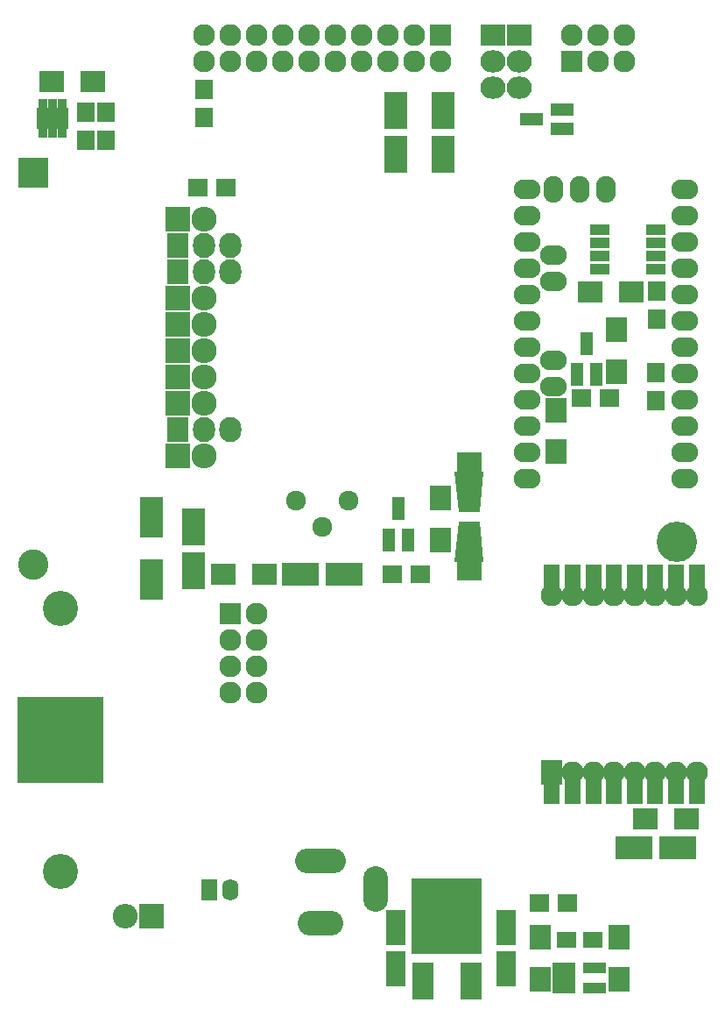
<source format=gbr>
G04 #@! TF.FileFunction,Soldermask,Top*
%FSLAX46Y46*%
G04 Gerber Fmt 4.6, Leading zero omitted, Abs format (unit mm)*
G04 Created by KiCad (PCBNEW 0.201509101502+6177~30~ubuntu14.04.1-product) date Sat 12 Sep 2015 10:17:38 PM CEST*
%MOMM*%
G01*
G04 APERTURE LIST*
%ADD10C,0.100000*%
%ADD11R,1.700000X1.900000*%
%ADD12R,1.950000X1.000000*%
%ADD13C,3.900120*%
%ADD14O,2.398980X4.400500*%
%ADD15O,4.400500X2.398980*%
%ADD16O,4.900880X2.398980*%
%ADD17R,1.598880X2.099260*%
%ADD18O,1.598880X2.099260*%
%ADD19O,2.398980X2.398980*%
%ADD20R,2.398980X2.398980*%
%ADD21C,3.400000*%
%ADD22R,8.400000X8.400000*%
%ADD23R,2.200860X3.900120*%
%ADD24R,2.200860X3.549600*%
%ADD25R,1.901140X3.399740*%
%ADD26R,2.000000X2.400000*%
%ADD27R,3.549600X2.200860*%
%ADD28R,2.400000X2.000000*%
%ADD29R,2.432000X2.432000*%
%ADD30O,2.432000X2.432000*%
%ADD31R,2.127200X2.432000*%
%ADD32O,2.127200X2.432000*%
%ADD33R,1.900000X1.650000*%
%ADD34O,2.127200X2.127200*%
%ADD35R,2.127200X2.127200*%
%ADD36R,2.432000X2.127200*%
%ADD37O,2.432000X2.127200*%
%ADD38R,1.200100X2.200860*%
%ADD39R,2.200860X1.200100*%
%ADD40R,1.900000X1.700000*%
%ADD41C,1.924000*%
%ADD42R,2.000200X3.600400*%
%ADD43R,6.899860X7.400240*%
%ADD44R,2.200860X1.050000*%
%ADD45R,1.600000X3.400000*%
%ADD46R,2.127200X2.400000*%
%ADD47C,2.127200*%
%ADD48O,2.599640X1.901140*%
%ADD49O,1.901140X2.599640*%
%ADD50R,0.850000X1.030000*%
%ADD51R,1.700000X1.250000*%
%ADD52R,2.940000X2.940000*%
%ADD53C,2.940000*%
G04 APERTURE END LIST*
D10*
D11*
X70383400Y-35149800D03*
X70383400Y-37849800D03*
D12*
X70391000Y-25146000D03*
X70391000Y-23876000D03*
X70391000Y-22606000D03*
X70391000Y-21336000D03*
X64991000Y-21336000D03*
X64991000Y-22606000D03*
X64991000Y-23876000D03*
X64991000Y-25146000D03*
D13*
X72390000Y-51435000D03*
D14*
X43273980Y-85013800D03*
D15*
X37973000Y-88265000D03*
D16*
X37973000Y-82262980D03*
D17*
X27208480Y-85090000D03*
D18*
X29210000Y-85090000D03*
D19*
X19050000Y-87630000D03*
D20*
X21590000Y-87630000D03*
D21*
X12827000Y-57912000D03*
X12827000Y-83312000D03*
D22*
X12827000Y-70612000D03*
D23*
X21590000Y-55069740D03*
X21590000Y-49070260D03*
D24*
X25654000Y-54289960D03*
X25654000Y-50038000D03*
D25*
X45212000Y-88679020D03*
X45212000Y-92676980D03*
X55880000Y-88712040D03*
X55880000Y-92710000D03*
D26*
X59182000Y-89694000D03*
X59182000Y-93694000D03*
X66852800Y-93694000D03*
X66852800Y-89694000D03*
X66548000Y-35020000D03*
X66548000Y-31020000D03*
D10*
G36*
X50925120Y-44658940D02*
X53722880Y-44658940D01*
X53324100Y-48559060D01*
X51323900Y-48559060D01*
X50925120Y-44658940D01*
X50925120Y-44658940D01*
G37*
G36*
X53722880Y-53385060D02*
X50925120Y-53385060D01*
X51323900Y-49484940D01*
X53324100Y-49484940D01*
X53722880Y-53385060D01*
X53722880Y-53385060D01*
G37*
D20*
X52324000Y-44020740D03*
X52324000Y-54023260D03*
D26*
X49530000Y-47276000D03*
X49530000Y-51276000D03*
D27*
X68232020Y-81026000D03*
X72483980Y-81026000D03*
D28*
X69374000Y-78232000D03*
X73374000Y-78232000D03*
D24*
X49784000Y-14063980D03*
X49784000Y-9812020D03*
X45212000Y-14063980D03*
X45212000Y-9812020D03*
D27*
X40225980Y-54610000D03*
X35974020Y-54610000D03*
D28*
X28512000Y-54610000D03*
X32512000Y-54610000D03*
X68040000Y-27305000D03*
X64040000Y-27305000D03*
D26*
X60706000Y-38767000D03*
X60706000Y-42767000D03*
D28*
X11970000Y-6985000D03*
X15970000Y-6985000D03*
D29*
X24130000Y-43180000D03*
D30*
X26670000Y-43180000D03*
D31*
X24130000Y-40640000D03*
D32*
X26670000Y-40640000D03*
X29210000Y-40640000D03*
D29*
X24130000Y-38100000D03*
D30*
X26670000Y-38100000D03*
D29*
X24130000Y-35560000D03*
D30*
X26670000Y-35560000D03*
D29*
X24130000Y-33020000D03*
D30*
X26670000Y-33020000D03*
D29*
X24130000Y-30480000D03*
D30*
X26670000Y-30480000D03*
D29*
X24130000Y-27940000D03*
D30*
X26670000Y-27940000D03*
D31*
X24130000Y-25400000D03*
D32*
X26670000Y-25400000D03*
X29210000Y-25400000D03*
D31*
X24130000Y-22860000D03*
D32*
X26670000Y-22860000D03*
X29210000Y-22860000D03*
D29*
X24130000Y-20320000D03*
D30*
X26670000Y-20320000D03*
D33*
X64242000Y-89916000D03*
X61742000Y-89916000D03*
D34*
X26670000Y-5080000D03*
X26670000Y-2540000D03*
X29210000Y-5080000D03*
X29210000Y-2540000D03*
X31750000Y-5080000D03*
X31750000Y-2540000D03*
X34290000Y-5080000D03*
X34290000Y-2540000D03*
X36830000Y-5080000D03*
X36830000Y-2540000D03*
X39370000Y-5080000D03*
X39370000Y-2540000D03*
D35*
X49530000Y-2540000D03*
D34*
X49530000Y-5080000D03*
X46990000Y-2540000D03*
X46990000Y-5080000D03*
X44450000Y-2540000D03*
X44450000Y-5080000D03*
X41910000Y-2540000D03*
X41910000Y-5080000D03*
D35*
X62230000Y-5080000D03*
D34*
X62230000Y-2540000D03*
X64770000Y-5080000D03*
X64770000Y-2540000D03*
X67310000Y-5080000D03*
X67310000Y-2540000D03*
D36*
X54610000Y-2540000D03*
D37*
X54610000Y-5080000D03*
X54610000Y-7620000D03*
D36*
X57150000Y-2540000D03*
D37*
X57150000Y-5080000D03*
X57150000Y-7620000D03*
D38*
X44516000Y-51285140D03*
X46416000Y-51285140D03*
X45466000Y-48282860D03*
D39*
X61318140Y-11618000D03*
X61318140Y-9718000D03*
X58315860Y-10668000D03*
D40*
X61802000Y-86360000D03*
X59102000Y-86360000D03*
X44878000Y-54610000D03*
X47578000Y-54610000D03*
D11*
X17170400Y-12703800D03*
X17170400Y-10003800D03*
X15240000Y-12703800D03*
X15240000Y-10003800D03*
X70485000Y-27225000D03*
X70485000Y-29925000D03*
X26695400Y-7768600D03*
X26695400Y-10468600D03*
D40*
X26103600Y-17246600D03*
X28803600Y-17246600D03*
X63166000Y-37592000D03*
X65866000Y-37592000D03*
D41*
X38100000Y-50038000D03*
X35560000Y-47498000D03*
X40640000Y-47498000D03*
D42*
X47863760Y-93878400D03*
X52466240Y-93878400D03*
D43*
X50165000Y-87630000D03*
D44*
X61522000Y-92649000D03*
X61522000Y-93599000D03*
X61522000Y-94549000D03*
X64462000Y-94549000D03*
X64462000Y-92649000D03*
D38*
X62738000Y-35306000D03*
X64638000Y-35306000D03*
X63688000Y-32303720D03*
D45*
X60326000Y-75060000D03*
X62326000Y-75060000D03*
X64326000Y-75060000D03*
X66326000Y-75060000D03*
X68326000Y-75060000D03*
X70326000Y-75060000D03*
X72326000Y-75060000D03*
X74326000Y-75060000D03*
X74326000Y-55360000D03*
X72326000Y-55360000D03*
X70326000Y-55360000D03*
X68326000Y-55360000D03*
X66326000Y-55360000D03*
X64326000Y-55360000D03*
X62326000Y-55360000D03*
X60326000Y-55360000D03*
D46*
X60326000Y-73760000D03*
D47*
X62326000Y-73760000D03*
X64326000Y-73760000D03*
X66326000Y-73760000D03*
X68326000Y-73760000D03*
X70326000Y-73760000D03*
X72326000Y-73760000D03*
X74326000Y-73760000D03*
X74326000Y-56660000D03*
X72326000Y-56660000D03*
X70326000Y-56660000D03*
X68326000Y-56660000D03*
X66326000Y-56660000D03*
X64326000Y-56660000D03*
X62326000Y-56660000D03*
X60326000Y-56660000D03*
D34*
X29210000Y-66040000D03*
X31750000Y-66040000D03*
X29210000Y-63500000D03*
X31750000Y-63500000D03*
X29210000Y-60960000D03*
X31750000Y-60960000D03*
D35*
X29210000Y-58420000D03*
D34*
X31750000Y-58420000D03*
D48*
X60452000Y-26289000D03*
X60452000Y-23749000D03*
X73152000Y-45339000D03*
X73152000Y-42799000D03*
X73152000Y-40259000D03*
X73152000Y-37719000D03*
X73152000Y-35179000D03*
X73152000Y-32639000D03*
X73152000Y-30099000D03*
X73152000Y-27559000D03*
X73152000Y-25019000D03*
X73152000Y-22479000D03*
X73152000Y-19939000D03*
X73152000Y-17399000D03*
X57912000Y-17399000D03*
X57912000Y-19939000D03*
X57912000Y-22479000D03*
X57912000Y-25019000D03*
X57912000Y-27559000D03*
X57912000Y-30099000D03*
X57912000Y-32639000D03*
X57912000Y-35179000D03*
X57912000Y-37719000D03*
X57912000Y-40259000D03*
X57912000Y-42799000D03*
X57912000Y-45339000D03*
X60452000Y-33909000D03*
X60452000Y-36449000D03*
D49*
X60452000Y-17399000D03*
X62992000Y-17399000D03*
X65532000Y-17399000D03*
D50*
X11100000Y-11925000D03*
X12050000Y-11925000D03*
X13000000Y-11925000D03*
X13000000Y-9245000D03*
X12050000Y-9245000D03*
X11100000Y-9245000D03*
D51*
X12700000Y-10160000D03*
X11400000Y-10160000D03*
X12700000Y-11010000D03*
X11400000Y-11010000D03*
D52*
X10160000Y-15840000D03*
D53*
X10160000Y-53660000D03*
M02*

</source>
